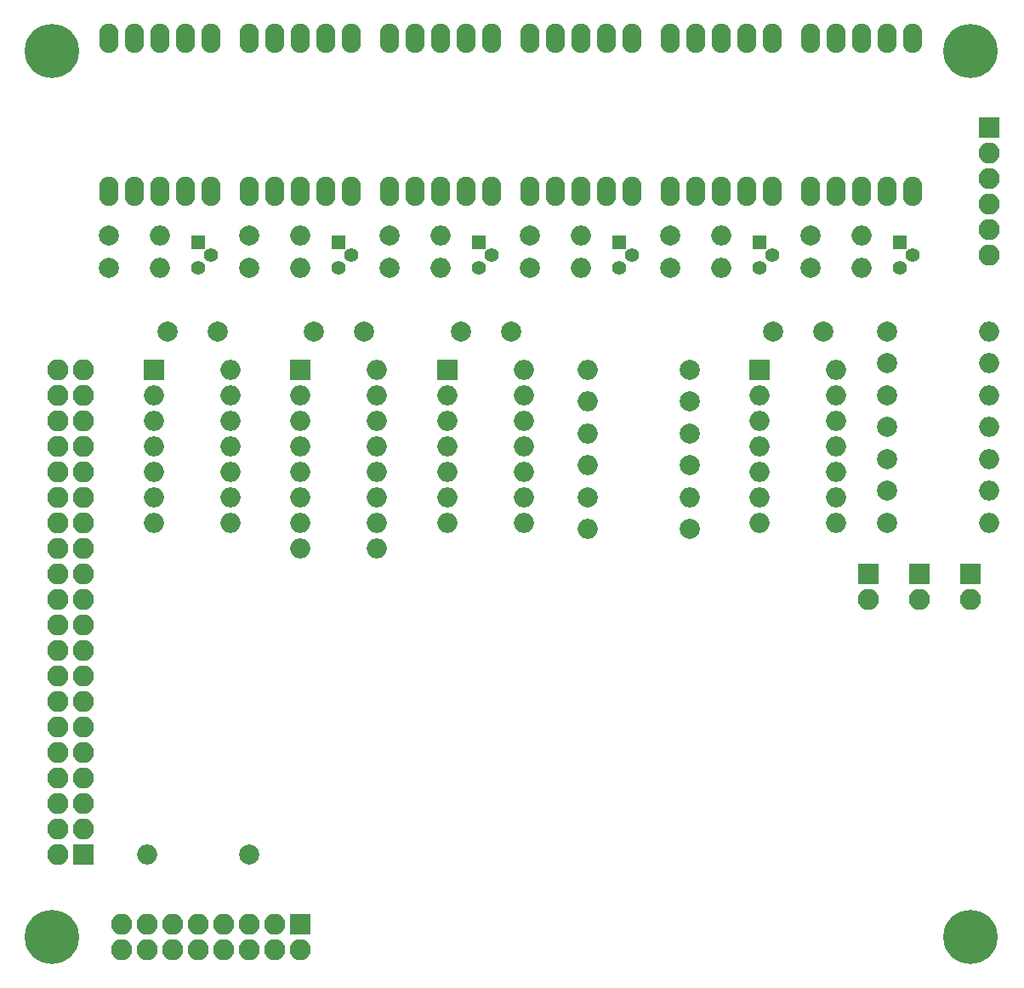
<source format=gts>
G04 #@! TF.FileFunction,Soldermask,Top*
%FSLAX46Y46*%
G04 Gerber Fmt 4.6, Leading zero omitted, Abs format (unit mm)*
G04 Created by KiCad (PCBNEW 4.0.7) date 09/06/19 13:44:52*
%MOMM*%
%LPD*%
G01*
G04 APERTURE LIST*
%ADD10C,0.100000*%
%ADD11C,2.000000*%
%ADD12O,2.000000X2.000000*%
%ADD13R,2.100000X2.100000*%
%ADD14O,2.100000X2.100000*%
%ADD15C,1.400000*%
%ADD16R,1.400000X1.400000*%
%ADD17O,1.924000X2.924000*%
%ADD18C,5.400000*%
%ADD19R,2.000000X2.000000*%
G04 APERTURE END LIST*
D10*
D11*
X194945000Y-68580000D03*
D12*
X205105000Y-68580000D03*
D13*
X136525000Y-127635000D03*
D14*
X136525000Y-130175000D03*
X133985000Y-127635000D03*
X133985000Y-130175000D03*
X131445000Y-127635000D03*
X131445000Y-130175000D03*
X128905000Y-127635000D03*
X128905000Y-130175000D03*
X126365000Y-127635000D03*
X126365000Y-130175000D03*
X123825000Y-127635000D03*
X123825000Y-130175000D03*
X121285000Y-127635000D03*
X121285000Y-130175000D03*
X118745000Y-127635000D03*
X118745000Y-130175000D03*
D15*
X127635000Y-60960000D03*
X126365000Y-62230000D03*
D16*
X126365000Y-59690000D03*
D15*
X141605000Y-60960000D03*
X140335000Y-62230000D03*
D16*
X140335000Y-59690000D03*
D15*
X155575000Y-60960000D03*
X154305000Y-62230000D03*
D16*
X154305000Y-59690000D03*
D15*
X169545000Y-60960000D03*
X168275000Y-62230000D03*
D16*
X168275000Y-59690000D03*
D15*
X183515000Y-60960000D03*
X182245000Y-62230000D03*
D16*
X182245000Y-59690000D03*
D15*
X197485000Y-60960000D03*
X196215000Y-62230000D03*
D16*
X196215000Y-59690000D03*
D17*
X117475000Y-54610000D03*
X120015000Y-54610000D03*
X122555000Y-54610000D03*
X125095000Y-54610000D03*
X127635000Y-54610000D03*
X127635000Y-39370000D03*
X125095000Y-39370000D03*
X122555000Y-39370000D03*
X120015000Y-39370000D03*
X117475000Y-39370000D03*
X131445000Y-54610000D03*
X133985000Y-54610000D03*
X136525000Y-54610000D03*
X139065000Y-54610000D03*
X141605000Y-54610000D03*
X141605000Y-39370000D03*
X139065000Y-39370000D03*
X136525000Y-39370000D03*
X133985000Y-39370000D03*
X131445000Y-39370000D03*
X145415000Y-54610000D03*
X147955000Y-54610000D03*
X150495000Y-54610000D03*
X153035000Y-54610000D03*
X155575000Y-54610000D03*
X155575000Y-39370000D03*
X153035000Y-39370000D03*
X150495000Y-39370000D03*
X147955000Y-39370000D03*
X145415000Y-39370000D03*
X159385000Y-54610000D03*
X161925000Y-54610000D03*
X164465000Y-54610000D03*
X167005000Y-54610000D03*
X169545000Y-54610000D03*
X169545000Y-39370000D03*
X167005000Y-39370000D03*
X164465000Y-39370000D03*
X161925000Y-39370000D03*
X159385000Y-39370000D03*
X173355000Y-54610000D03*
X175895000Y-54610000D03*
X178435000Y-54610000D03*
X180975000Y-54610000D03*
X183515000Y-54610000D03*
X183515000Y-39370000D03*
X180975000Y-39370000D03*
X178435000Y-39370000D03*
X175895000Y-39370000D03*
X173355000Y-39370000D03*
X187325000Y-54610000D03*
X189865000Y-54610000D03*
X192405000Y-54610000D03*
X194945000Y-54610000D03*
X197485000Y-54610000D03*
X197485000Y-39370000D03*
X194945000Y-39370000D03*
X192405000Y-39370000D03*
X189865000Y-39370000D03*
X187325000Y-39370000D03*
D13*
X114935000Y-120650000D03*
D14*
X112395000Y-120650000D03*
X114935000Y-118110000D03*
X112395000Y-118110000D03*
X114935000Y-115570000D03*
X112395000Y-115570000D03*
X114935000Y-113030000D03*
X112395000Y-113030000D03*
X114935000Y-110490000D03*
X112395000Y-110490000D03*
X114935000Y-107950000D03*
X112395000Y-107950000D03*
X114935000Y-105410000D03*
X112395000Y-105410000D03*
X114935000Y-102870000D03*
X112395000Y-102870000D03*
X114935000Y-100330000D03*
X112395000Y-100330000D03*
X114935000Y-97790000D03*
X112395000Y-97790000D03*
X114935000Y-95250000D03*
X112395000Y-95250000D03*
X114935000Y-92710000D03*
X112395000Y-92710000D03*
X114935000Y-90170000D03*
X112395000Y-90170000D03*
X114935000Y-87630000D03*
X112395000Y-87630000D03*
X114935000Y-85090000D03*
X112395000Y-85090000D03*
X114935000Y-82550000D03*
X112395000Y-82550000D03*
X114935000Y-80010000D03*
X112395000Y-80010000D03*
X114935000Y-77470000D03*
X112395000Y-77470000D03*
X114935000Y-74930000D03*
X112395000Y-74930000D03*
X114935000Y-72390000D03*
X112395000Y-72390000D03*
D18*
X111760000Y-128905000D03*
X203200000Y-128905000D03*
X203200000Y-40640000D03*
X111760000Y-40640000D03*
D19*
X136525000Y-72390000D03*
D12*
X144145000Y-90170000D03*
X136525000Y-74930000D03*
X144145000Y-87630000D03*
X136525000Y-77470000D03*
X144145000Y-85090000D03*
X136525000Y-80010000D03*
X144145000Y-82550000D03*
X136525000Y-82550000D03*
X144145000Y-80010000D03*
X136525000Y-85090000D03*
X144145000Y-77470000D03*
X136525000Y-87630000D03*
X144145000Y-74930000D03*
X136525000Y-90170000D03*
X144145000Y-72390000D03*
D19*
X182245000Y-72390000D03*
D12*
X189865000Y-87630000D03*
X182245000Y-74930000D03*
X189865000Y-85090000D03*
X182245000Y-77470000D03*
X189865000Y-82550000D03*
X182245000Y-80010000D03*
X189865000Y-80010000D03*
X182245000Y-82550000D03*
X189865000Y-77470000D03*
X182245000Y-85090000D03*
X189865000Y-74930000D03*
X182245000Y-87630000D03*
X189865000Y-72390000D03*
D19*
X121920000Y-72390000D03*
D12*
X129540000Y-87630000D03*
X121920000Y-74930000D03*
X129540000Y-85090000D03*
X121920000Y-77470000D03*
X129540000Y-82550000D03*
X121920000Y-80010000D03*
X129540000Y-80010000D03*
X121920000Y-82550000D03*
X129540000Y-77470000D03*
X121920000Y-85090000D03*
X129540000Y-74930000D03*
X121920000Y-87630000D03*
X129540000Y-72390000D03*
D11*
X117475000Y-62230000D03*
D12*
X122555000Y-62230000D03*
D11*
X117475000Y-59055000D03*
D12*
X122555000Y-59055000D03*
D11*
X131445000Y-62230000D03*
D12*
X136525000Y-62230000D03*
D11*
X131445000Y-59055000D03*
D12*
X136525000Y-59055000D03*
D11*
X145415000Y-62230000D03*
D12*
X150495000Y-62230000D03*
D11*
X145415000Y-59055000D03*
D12*
X150495000Y-59055000D03*
D11*
X159385000Y-62230000D03*
D12*
X164465000Y-62230000D03*
D11*
X159385000Y-59055000D03*
D12*
X164465000Y-59055000D03*
D11*
X173355000Y-62230000D03*
D12*
X178435000Y-62230000D03*
D11*
X173355000Y-59055000D03*
D12*
X178435000Y-59055000D03*
D11*
X187325000Y-62230000D03*
D12*
X192405000Y-62230000D03*
D11*
X187325000Y-59055000D03*
D12*
X192405000Y-59055000D03*
D11*
X142875000Y-68580000D03*
X137875000Y-68580000D03*
X188595000Y-68580000D03*
X183595000Y-68580000D03*
X128270000Y-68580000D03*
X123270000Y-68580000D03*
X157480000Y-68580000D03*
X152480000Y-68580000D03*
D13*
X205105000Y-48260000D03*
D14*
X205105000Y-50800000D03*
X205105000Y-53340000D03*
X205105000Y-55880000D03*
X205105000Y-58420000D03*
X205105000Y-60960000D03*
D13*
X203200000Y-92710000D03*
D14*
X203200000Y-95250000D03*
D13*
X198120000Y-92710000D03*
D14*
X198120000Y-95250000D03*
D13*
X193040000Y-92710000D03*
D14*
X193040000Y-95250000D03*
D19*
X151130000Y-72390000D03*
D12*
X158750000Y-87630000D03*
X151130000Y-74930000D03*
X158750000Y-85090000D03*
X151130000Y-77470000D03*
X158750000Y-82550000D03*
X151130000Y-80010000D03*
X158750000Y-80010000D03*
X151130000Y-82550000D03*
X158750000Y-77470000D03*
X151130000Y-85090000D03*
X158750000Y-74930000D03*
X151130000Y-87630000D03*
X158750000Y-72390000D03*
D11*
X175260000Y-88265000D03*
D12*
X165100000Y-88265000D03*
D11*
X175260000Y-78740000D03*
D12*
X165100000Y-78740000D03*
D11*
X175260000Y-72390000D03*
D12*
X165100000Y-72390000D03*
D11*
X175260000Y-75565000D03*
D12*
X165100000Y-75565000D03*
D11*
X175260000Y-81915000D03*
D12*
X165100000Y-81915000D03*
D11*
X194945000Y-71755000D03*
D12*
X205105000Y-71755000D03*
D11*
X194945000Y-74930000D03*
D12*
X205105000Y-74930000D03*
D11*
X194945000Y-78105000D03*
D12*
X205105000Y-78105000D03*
D11*
X194945000Y-81280000D03*
D12*
X205105000Y-81280000D03*
D11*
X194945000Y-84455000D03*
D12*
X205105000Y-84455000D03*
D11*
X194945000Y-87630000D03*
D12*
X205105000Y-87630000D03*
D11*
X165100000Y-85090000D03*
D12*
X175260000Y-85090000D03*
D11*
X131445000Y-120650000D03*
D12*
X121285000Y-120650000D03*
M02*

</source>
